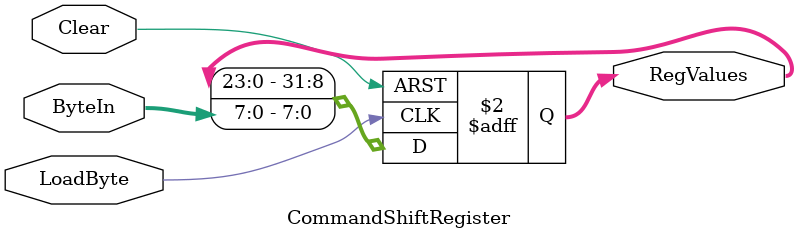
<source format=v>
module CommandShiftRegister(
ByteIn,
Clear,
LoadByte,
RegValues,
);

parameter Number_of_Bytes = 4;
parameter Number_of_Bits = Number_of_Bytes*8;


input wire [7:0] ByteIn;
input wire Clear;
input wire LoadByte;
output reg [Number_of_Bits-1:0] RegValues;

always @(posedge LoadByte or posedge Clear)
	if(Clear)
		RegValues[Number_of_Bits-1:0] <= 0;
	else
		RegValues[Number_of_Bits-1:0] <= {RegValues[Number_of_Bits-9:0],ByteIn[7:0]};

endmodule

</source>
